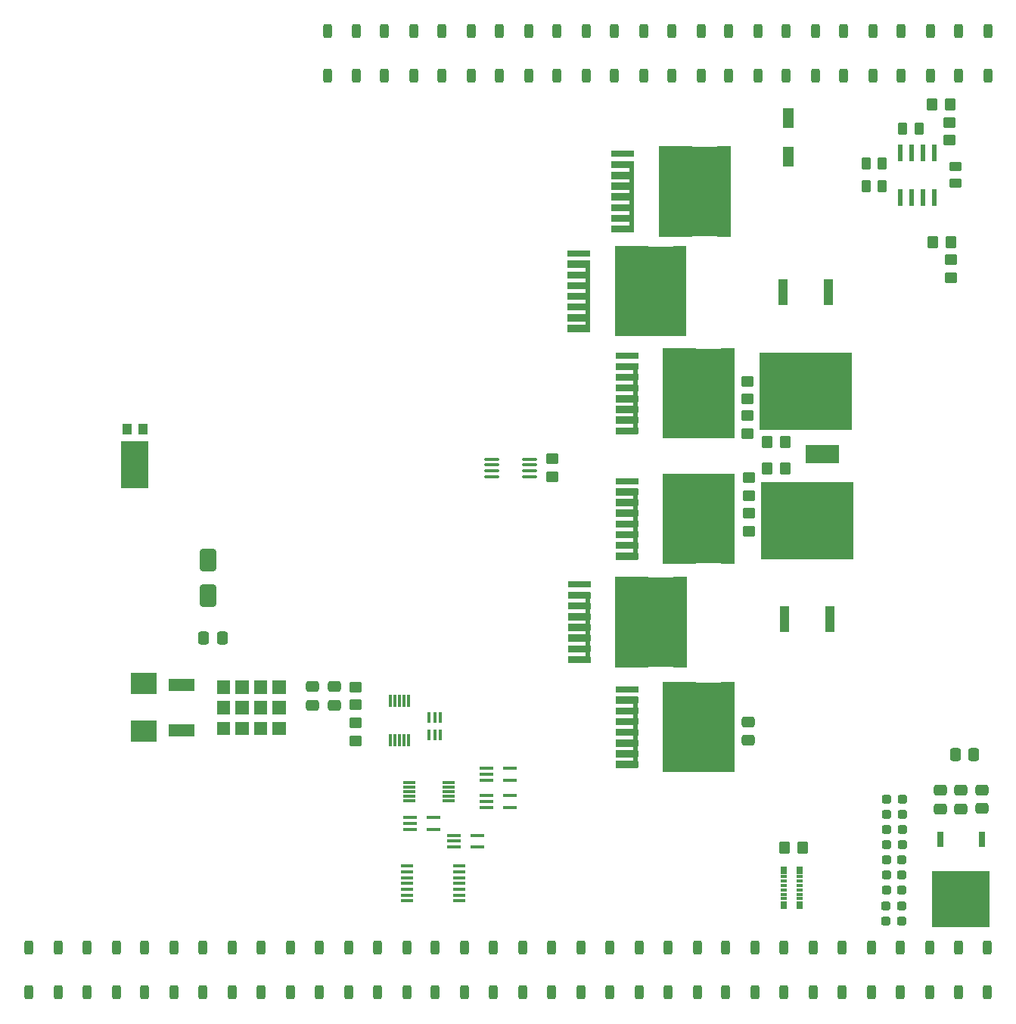
<source format=gbr>
%TF.GenerationSoftware,KiCad,Pcbnew,8.0.3*%
%TF.CreationDate,2025-06-02T03:08:14-07:00*%
%TF.ProjectId,Power_ManagementV2,506f7765-725f-44d6-916e-6167656d656e,rev?*%
%TF.SameCoordinates,Original*%
%TF.FileFunction,Paste,Top*%
%TF.FilePolarity,Positive*%
%FSLAX46Y46*%
G04 Gerber Fmt 4.6, Leading zero omitted, Abs format (unit mm)*
G04 Created by KiCad (PCBNEW 8.0.3) date 2025-06-02 03:08:14*
%MOMM*%
%LPD*%
G01*
G04 APERTURE LIST*
G04 Aperture macros list*
%AMRoundRect*
0 Rectangle with rounded corners*
0 $1 Rounding radius*
0 $2 $3 $4 $5 $6 $7 $8 $9 X,Y pos of 4 corners*
0 Add a 4 corners polygon primitive as box body*
4,1,4,$2,$3,$4,$5,$6,$7,$8,$9,$2,$3,0*
0 Add four circle primitives for the rounded corners*
1,1,$1+$1,$2,$3*
1,1,$1+$1,$4,$5*
1,1,$1+$1,$6,$7*
1,1,$1+$1,$8,$9*
0 Add four rect primitives between the rounded corners*
20,1,$1+$1,$2,$3,$4,$5,0*
20,1,$1+$1,$4,$5,$6,$7,0*
20,1,$1+$1,$6,$7,$8,$9,0*
20,1,$1+$1,$8,$9,$2,$3,0*%
G04 Aperture macros list end*
%ADD10C,0.000000*%
%ADD11C,0.010000*%
%ADD12RoundRect,0.250000X-0.250000X0.550000X-0.250000X-0.550000X0.250000X-0.550000X0.250000X0.550000X0*%
%ADD13RoundRect,0.100000X-0.650000X-0.100000X0.650000X-0.100000X0.650000X0.100000X-0.650000X0.100000X0*%
%ADD14R,0.990600X1.143000*%
%ADD15R,3.098800X5.207000*%
%ADD16RoundRect,0.250000X-0.262500X-0.450000X0.262500X-0.450000X0.262500X0.450000X-0.262500X0.450000X0*%
%ADD17RoundRect,0.250000X0.250000X-0.550000X0.250000X0.550000X-0.250000X0.550000X-0.250000X-0.550000X0*%
%ADD18RoundRect,0.237500X-0.287500X-0.237500X0.287500X-0.237500X0.287500X0.237500X-0.287500X0.237500X0*%
%ADD19RoundRect,0.250000X0.475000X-0.337500X0.475000X0.337500X-0.475000X0.337500X-0.475000X-0.337500X0*%
%ADD20RoundRect,0.250000X0.350000X0.450000X-0.350000X0.450000X-0.350000X-0.450000X0.350000X-0.450000X0*%
%ADD21RoundRect,0.250000X-0.450000X0.350000X-0.450000X-0.350000X0.450000X-0.350000X0.450000X0.350000X0*%
%ADD22R,0.330200X1.371600*%
%ADD23RoundRect,0.250000X-0.337500X-0.475000X0.337500X-0.475000X0.337500X0.475000X-0.337500X0.475000X0*%
%ADD24RoundRect,0.250000X0.450000X-0.350000X0.450000X0.350000X-0.450000X0.350000X-0.450000X-0.350000X0*%
%ADD25R,2.500000X0.800000*%
%ADD26R,7.999995X10.100005*%
%ADD27RoundRect,0.250000X-0.350000X-0.450000X0.350000X-0.450000X0.350000X0.450000X-0.350000X0.450000X0*%
%ADD28R,1.168400X2.209800*%
%ADD29RoundRect,0.250000X-0.475000X0.337500X-0.475000X-0.337500X0.475000X-0.337500X0.475000X0.337500X0*%
%ADD30R,1.371600X0.330200*%
%ADD31RoundRect,0.250000X0.262500X0.450000X-0.262500X0.450000X-0.262500X-0.450000X0.262500X-0.450000X0*%
%ADD32R,0.711200X1.701800*%
%ADD33R,6.553200X6.223000*%
%ADD34R,0.990600X2.997200*%
%ADD35R,10.337800X8.712200*%
%ADD36RoundRect,0.100000X-0.712500X-0.100000X0.712500X-0.100000X0.712500X0.100000X-0.712500X0.100000X0*%
%ADD37R,1.460500X0.355600*%
%ADD38R,0.355600X1.168400*%
%ADD39R,3.800000X2.000000*%
%ADD40R,0.787400X0.863600*%
%ADD41R,0.787400X0.355600*%
%ADD42R,2.990000X1.340000*%
%ADD43R,0.533400X1.981200*%
%ADD44RoundRect,0.250000X0.650000X-1.000000X0.650000X1.000000X-0.650000X1.000000X-0.650000X-1.000000X0*%
%ADD45RoundRect,0.250000X-0.450000X0.262500X-0.450000X-0.262500X0.450000X-0.262500X0.450000X0.262500X0*%
%ADD46R,3.000000X2.475000*%
G04 APERTURE END LIST*
D10*
%TO.C,Q3*%
G36*
X230490703Y-88526397D02*
G01*
X233290698Y-88526397D01*
X233290702Y-87676398D01*
X234790699Y-87676398D01*
X234790699Y-97776404D01*
X233290702Y-97776404D01*
X233290698Y-96926405D01*
X230490703Y-96926405D01*
X230490697Y-97776404D01*
X226790704Y-97776404D01*
X226790704Y-87676398D01*
X230490697Y-87676398D01*
X230490703Y-88526397D01*
G37*
G36*
X223990701Y-97326400D02*
G01*
X221490701Y-97326400D01*
X221490701Y-96526400D01*
X223490700Y-96526402D01*
X223490700Y-96126402D01*
X221490701Y-96126400D01*
X221490701Y-95326402D01*
X223490700Y-95326402D01*
X223490700Y-94926402D01*
X221490701Y-94926402D01*
X221490701Y-94126403D01*
X223490700Y-94126402D01*
X223490700Y-93726402D01*
X221490701Y-93726402D01*
X221490701Y-92926402D01*
X223490700Y-92926402D01*
X223490700Y-92526402D01*
X221490701Y-92526402D01*
X221490701Y-91726402D01*
X223490700Y-91726402D01*
X223490700Y-91326402D01*
X221490701Y-91326402D01*
X221490701Y-90526402D01*
X223490700Y-90526402D01*
X223490700Y-90126402D01*
X221490701Y-90126402D01*
X221490701Y-89326402D01*
X223990701Y-89326402D01*
X223990701Y-97326400D01*
G37*
%TO.C,Q4*%
G36*
X230490703Y-102539795D02*
G01*
X233290698Y-102539795D01*
X233290702Y-101689796D01*
X234790699Y-101689796D01*
X234790699Y-111789802D01*
X233290702Y-111789802D01*
X233290698Y-110939803D01*
X230490703Y-110939803D01*
X230490697Y-111789802D01*
X226790704Y-111789802D01*
X226790704Y-101689796D01*
X230490697Y-101689796D01*
X230490703Y-102539795D01*
G37*
G36*
X223990701Y-111339798D02*
G01*
X221490701Y-111339798D01*
X221490701Y-110539798D01*
X223490700Y-110539800D01*
X223490700Y-110139800D01*
X221490701Y-110139798D01*
X221490701Y-109339800D01*
X223490700Y-109339800D01*
X223490700Y-108939800D01*
X221490701Y-108939800D01*
X221490701Y-108139801D01*
X223490700Y-108139800D01*
X223490700Y-107739800D01*
X221490701Y-107739800D01*
X221490701Y-106939800D01*
X223490700Y-106939800D01*
X223490700Y-106539800D01*
X221490701Y-106539800D01*
X221490701Y-105739800D01*
X223490700Y-105739800D01*
X223490700Y-105339800D01*
X221490701Y-105339800D01*
X221490701Y-104539800D01*
X223490700Y-104539800D01*
X223490700Y-104139800D01*
X221490701Y-104139800D01*
X221490701Y-103339800D01*
X223990701Y-103339800D01*
X223990701Y-111339798D01*
G37*
%TO.C,Q1*%
G36*
X230033503Y-65954796D02*
G01*
X232833498Y-65954796D01*
X232833502Y-65104797D01*
X234333499Y-65104797D01*
X234333499Y-75204803D01*
X232833502Y-75204803D01*
X232833498Y-74354804D01*
X230033503Y-74354804D01*
X230033497Y-75204803D01*
X226333504Y-75204803D01*
X226333504Y-65104797D01*
X230033497Y-65104797D01*
X230033503Y-65954796D01*
G37*
G36*
X223533501Y-74754799D02*
G01*
X221033501Y-74754799D01*
X221033501Y-73954799D01*
X223033500Y-73954801D01*
X223033500Y-73554801D01*
X221033501Y-73554799D01*
X221033501Y-72754801D01*
X223033500Y-72754801D01*
X223033500Y-72354801D01*
X221033501Y-72354801D01*
X221033501Y-71554802D01*
X223033500Y-71554801D01*
X223033500Y-71154801D01*
X221033501Y-71154801D01*
X221033501Y-70354801D01*
X223033500Y-70354801D01*
X223033500Y-69954801D01*
X221033501Y-69954801D01*
X221033501Y-69154801D01*
X223033500Y-69154801D01*
X223033500Y-68754801D01*
X221033501Y-68754801D01*
X221033501Y-67954801D01*
X223033500Y-67954801D01*
X223033500Y-67554801D01*
X221033501Y-67554801D01*
X221033501Y-66754801D01*
X223533501Y-66754801D01*
X223533501Y-74754799D01*
G37*
%TO.C,Q2*%
G36*
X225105903Y-77079996D02*
G01*
X227905898Y-77079996D01*
X227905902Y-76229997D01*
X229405899Y-76229997D01*
X229405899Y-86330003D01*
X227905902Y-86330003D01*
X227905898Y-85480004D01*
X225105903Y-85480004D01*
X225105897Y-86330003D01*
X221405904Y-86330003D01*
X221405904Y-76229997D01*
X225105897Y-76229997D01*
X225105903Y-77079996D01*
G37*
G36*
X218605901Y-85879999D02*
G01*
X216105901Y-85879999D01*
X216105901Y-85079999D01*
X218105900Y-85080001D01*
X218105900Y-84680001D01*
X216105901Y-84679999D01*
X216105901Y-83880001D01*
X218105900Y-83880001D01*
X218105900Y-83480001D01*
X216105901Y-83480001D01*
X216105901Y-82680002D01*
X218105900Y-82680001D01*
X218105900Y-82280001D01*
X216105901Y-82280001D01*
X216105901Y-81480001D01*
X218105900Y-81480001D01*
X218105900Y-81080001D01*
X216105901Y-81080001D01*
X216105901Y-80280001D01*
X218105900Y-80280001D01*
X218105900Y-79880001D01*
X216105901Y-79880001D01*
X216105901Y-79080001D01*
X218105900Y-79080001D01*
X218105900Y-78680001D01*
X216105901Y-78680001D01*
X216105901Y-77880001D01*
X218605901Y-77880001D01*
X218605901Y-85879999D01*
G37*
%TO.C,Q5*%
G36*
X225148602Y-114115995D02*
G01*
X227948597Y-114115995D01*
X227948601Y-113265996D01*
X229448598Y-113265996D01*
X229448598Y-123366002D01*
X227948601Y-123366002D01*
X227948597Y-122516003D01*
X225148602Y-122516003D01*
X225148596Y-123366002D01*
X221448603Y-123366002D01*
X221448603Y-113265996D01*
X225148596Y-113265996D01*
X225148602Y-114115995D01*
G37*
G36*
X218648600Y-122915998D02*
G01*
X216148600Y-122915998D01*
X216148600Y-122115998D01*
X218148599Y-122116000D01*
X218148599Y-121716000D01*
X216148600Y-121715998D01*
X216148600Y-120916000D01*
X218148599Y-120916000D01*
X218148599Y-120516000D01*
X216148600Y-120516000D01*
X216148600Y-119716001D01*
X218148599Y-119716000D01*
X218148599Y-119316000D01*
X216148600Y-119316000D01*
X216148600Y-118516000D01*
X218148599Y-118516000D01*
X218148599Y-118116000D01*
X216148600Y-118116000D01*
X216148600Y-117316000D01*
X218148599Y-117316000D01*
X218148599Y-116916000D01*
X216148600Y-116916000D01*
X216148600Y-116116000D01*
X218148599Y-116116000D01*
X218148599Y-115716000D01*
X216148600Y-115716000D01*
X216148600Y-114916000D01*
X218648600Y-114916000D01*
X218648600Y-122915998D01*
G37*
%TO.C,Q6*%
G36*
X230490703Y-125850795D02*
G01*
X233290698Y-125850795D01*
X233290702Y-125000796D01*
X234790699Y-125000796D01*
X234790699Y-135100802D01*
X233290702Y-135100802D01*
X233290698Y-134250803D01*
X230490703Y-134250803D01*
X230490697Y-135100802D01*
X226790704Y-135100802D01*
X226790704Y-125000796D01*
X230490697Y-125000796D01*
X230490703Y-125850795D01*
G37*
G36*
X223990701Y-134650798D02*
G01*
X221490701Y-134650798D01*
X221490701Y-133850798D01*
X223490700Y-133850800D01*
X223490700Y-133450800D01*
X221490701Y-133450798D01*
X221490701Y-132650800D01*
X223490700Y-132650800D01*
X223490700Y-132250800D01*
X221490701Y-132250800D01*
X221490701Y-131450801D01*
X223490700Y-131450800D01*
X223490700Y-131050800D01*
X221490701Y-131050800D01*
X221490701Y-130250800D01*
X223490700Y-130250800D01*
X223490700Y-129850800D01*
X221490701Y-129850800D01*
X221490701Y-129050800D01*
X223490700Y-129050800D01*
X223490700Y-128650800D01*
X221490701Y-128650800D01*
X221490701Y-127850800D01*
X223490700Y-127850800D01*
X223490700Y-127450800D01*
X221490701Y-127450800D01*
X221490701Y-126650800D01*
X223990701Y-126650800D01*
X223990701Y-134650798D01*
G37*
D11*
%TO.C,R14*%
X178252500Y-126240000D02*
X176872500Y-126240000D01*
X176872500Y-124860000D01*
X178252500Y-124860000D01*
X178252500Y-126240000D01*
G36*
X178252500Y-126240000D02*
G01*
X176872500Y-126240000D01*
X176872500Y-124860000D01*
X178252500Y-124860000D01*
X178252500Y-126240000D01*
G37*
X178252500Y-128540000D02*
X176872500Y-128540000D01*
X176872500Y-127160000D01*
X178252500Y-127160000D01*
X178252500Y-128540000D01*
G36*
X178252500Y-128540000D02*
G01*
X176872500Y-128540000D01*
X176872500Y-127160000D01*
X178252500Y-127160000D01*
X178252500Y-128540000D01*
G37*
X178252500Y-130840000D02*
X176872500Y-130840000D01*
X176872500Y-129460000D01*
X178252500Y-129460000D01*
X178252500Y-130840000D01*
G36*
X178252500Y-130840000D02*
G01*
X176872500Y-130840000D01*
X176872500Y-129460000D01*
X178252500Y-129460000D01*
X178252500Y-130840000D01*
G37*
X180322500Y-126240000D02*
X178942500Y-126240000D01*
X178942500Y-124860000D01*
X180322500Y-124860000D01*
X180322500Y-126240000D01*
G36*
X180322500Y-126240000D02*
G01*
X178942500Y-126240000D01*
X178942500Y-124860000D01*
X180322500Y-124860000D01*
X180322500Y-126240000D01*
G37*
X180322500Y-128540000D02*
X178942500Y-128540000D01*
X178942500Y-127160000D01*
X180322500Y-127160000D01*
X180322500Y-128540000D01*
G36*
X180322500Y-128540000D02*
G01*
X178942500Y-128540000D01*
X178942500Y-127160000D01*
X180322500Y-127160000D01*
X180322500Y-128540000D01*
G37*
X180322500Y-130840000D02*
X178942500Y-130840000D01*
X178942500Y-129460000D01*
X180322500Y-129460000D01*
X180322500Y-130840000D01*
G36*
X180322500Y-130840000D02*
G01*
X178942500Y-130840000D01*
X178942500Y-129460000D01*
X180322500Y-129460000D01*
X180322500Y-130840000D01*
G37*
X182392500Y-126240000D02*
X181012500Y-126240000D01*
X181012500Y-124860000D01*
X182392500Y-124860000D01*
X182392500Y-126240000D01*
G36*
X182392500Y-126240000D02*
G01*
X181012500Y-126240000D01*
X181012500Y-124860000D01*
X182392500Y-124860000D01*
X182392500Y-126240000D01*
G37*
X182392500Y-128540000D02*
X181012500Y-128540000D01*
X181012500Y-127160000D01*
X182392500Y-127160000D01*
X182392500Y-128540000D01*
G36*
X182392500Y-128540000D02*
G01*
X181012500Y-128540000D01*
X181012500Y-127160000D01*
X182392500Y-127160000D01*
X182392500Y-128540000D01*
G37*
X182392500Y-130840000D02*
X181012500Y-130840000D01*
X181012500Y-129460000D01*
X182392500Y-129460000D01*
X182392500Y-130840000D01*
G36*
X182392500Y-130840000D02*
G01*
X181012500Y-130840000D01*
X181012500Y-129460000D01*
X182392500Y-129460000D01*
X182392500Y-130840000D01*
G37*
X184462500Y-126240000D02*
X183082500Y-126240000D01*
X183082500Y-124860000D01*
X184462500Y-124860000D01*
X184462500Y-126240000D01*
G36*
X184462500Y-126240000D02*
G01*
X183082500Y-126240000D01*
X183082500Y-124860000D01*
X184462500Y-124860000D01*
X184462500Y-126240000D01*
G37*
X184462500Y-128540000D02*
X183082500Y-128540000D01*
X183082500Y-127160000D01*
X184462500Y-127160000D01*
X184462500Y-128540000D01*
G36*
X184462500Y-128540000D02*
G01*
X183082500Y-128540000D01*
X183082500Y-127160000D01*
X184462500Y-127160000D01*
X184462500Y-128540000D01*
G37*
X184462500Y-130840000D02*
X183082500Y-130840000D01*
X183082500Y-129460000D01*
X184462500Y-129460000D01*
X184462500Y-130840000D01*
G36*
X184462500Y-130840000D02*
G01*
X183082500Y-130840000D01*
X183082500Y-129460000D01*
X184462500Y-129460000D01*
X184462500Y-130840000D01*
G37*
%TD*%
D12*
%TO.C,LED18*%
X263139322Y-52200000D03*
X259839322Y-52200000D03*
X263139322Y-57200000D03*
X259839322Y-57200000D03*
%TD*%
D13*
%TO.C,U9*%
X203365000Y-142175000D03*
X203365000Y-142825000D03*
X203365000Y-143475000D03*
X206025000Y-143475000D03*
X206025000Y-142175000D03*
%TD*%
D14*
%TO.C,CR1*%
X168616402Y-96723200D03*
X166776400Y-96723200D03*
D15*
X167696401Y-100711000D03*
%TD*%
D16*
%TO.C,R5*%
X249485900Y-67002400D03*
X251310900Y-67002400D03*
%TD*%
D17*
%TO.C,LED1*%
X155793000Y-159750000D03*
X159093000Y-159750000D03*
X155793000Y-154750000D03*
X159093000Y-154750000D03*
%TD*%
D18*
%TO.C,D13*%
X251747400Y-150048200D03*
X253497400Y-150048200D03*
%TD*%
D19*
%TO.C,C6*%
X260148599Y-139211500D03*
X260148599Y-137136500D03*
%TD*%
D17*
%TO.C,LED5*%
X181798600Y-159750000D03*
X185098600Y-159750000D03*
X181798600Y-154750000D03*
X185098600Y-154750000D03*
%TD*%
D20*
%TO.C,R19*%
X242400000Y-143520400D03*
X240400000Y-143520400D03*
%TD*%
D13*
%TO.C,U12*%
X206990000Y-134700000D03*
X206990000Y-135350000D03*
X206990000Y-136000000D03*
X209650000Y-136000000D03*
X209650000Y-134700000D03*
%TD*%
D21*
%TO.C,R12*%
X259000000Y-77800000D03*
X259000000Y-79800000D03*
%TD*%
D22*
%TO.C,U10*%
X198275001Y-127139000D03*
X197774999Y-127139000D03*
X197275000Y-127139000D03*
X196775001Y-127139000D03*
X196274999Y-127139000D03*
X196274999Y-131533200D03*
X196775001Y-131533200D03*
X197275000Y-131533200D03*
X197774999Y-131533200D03*
X198275001Y-131533200D03*
%TD*%
D21*
%TO.C,R13*%
X192350000Y-125575000D03*
X192350000Y-127575000D03*
%TD*%
D23*
%TO.C,C2*%
X259515700Y-133096000D03*
X261590700Y-133096000D03*
%TD*%
D17*
%TO.C,LED6*%
X188300000Y-159750000D03*
X191600000Y-159750000D03*
X188300000Y-154750000D03*
X191600000Y-154750000D03*
%TD*%
D24*
%TO.C,R1*%
X236220000Y-93370400D03*
X236220000Y-91370400D03*
%TD*%
D12*
%TO.C,LED28*%
X198924934Y-52200000D03*
X195624934Y-52200000D03*
X198924934Y-57200000D03*
X195624934Y-57200000D03*
%TD*%
D25*
%TO.C,Q3*%
X222740701Y-88526402D03*
X222740701Y-89726402D03*
X222740701Y-90926402D03*
X222740701Y-92126402D03*
X222740701Y-93326402D03*
X222740701Y-94526402D03*
X222740701Y-95726400D03*
X222740701Y-96926400D03*
D26*
X230790701Y-92726401D03*
%TD*%
D17*
%TO.C,LED10*%
X214305600Y-159750000D03*
X217605600Y-159750000D03*
X214305600Y-154750000D03*
X217605600Y-154750000D03*
%TD*%
D25*
%TO.C,Q4*%
X222740701Y-102539800D03*
X222740701Y-103739800D03*
X222740701Y-104939800D03*
X222740701Y-106139800D03*
X222740701Y-107339800D03*
X222740701Y-108539800D03*
X222740701Y-109739798D03*
X222740701Y-110939798D03*
D26*
X230790701Y-106739799D03*
%TD*%
D27*
%TO.C,R9*%
X256900000Y-60450000D03*
X258900000Y-60450000D03*
%TD*%
D17*
%TO.C,LED7*%
X194801400Y-159750000D03*
X198101400Y-159750000D03*
X194801400Y-154750000D03*
X198101400Y-154750000D03*
%TD*%
D19*
%TO.C,C4*%
X262459999Y-139186100D03*
X262459999Y-137111100D03*
%TD*%
D28*
%TO.C,C1*%
X240800000Y-61900000D03*
X240800000Y-66218000D03*
%TD*%
D17*
%TO.C,LED15*%
X246812600Y-159750000D03*
X250112600Y-159750000D03*
X246812600Y-154750000D03*
X250112600Y-154750000D03*
%TD*%
D29*
%TO.C,C8*%
X187550000Y-125525000D03*
X187550000Y-127600000D03*
%TD*%
%TO.C,C9*%
X190025000Y-125537500D03*
X190025000Y-127612500D03*
%TD*%
D30*
%TO.C,U6*%
X198427900Y-136274999D03*
X198427900Y-136775001D03*
X198427900Y-137275000D03*
X198427900Y-137774999D03*
X198427900Y-138275001D03*
X202822100Y-138275001D03*
X202822100Y-137774999D03*
X202822100Y-137275000D03*
X202822100Y-136775001D03*
X202822100Y-136274999D03*
%TD*%
D31*
%TO.C,TH2*%
X255425700Y-63090800D03*
X253600700Y-63090800D03*
%TD*%
D17*
%TO.C,LED17*%
X259815400Y-159750000D03*
X263115400Y-159750000D03*
X259815400Y-154750000D03*
X263115400Y-154750000D03*
%TD*%
%TO.C,LED4*%
X175297200Y-159750000D03*
X178597200Y-159750000D03*
X175297200Y-154750000D03*
X178597200Y-154750000D03*
%TD*%
D18*
%TO.C,D5*%
X251803400Y-139837400D03*
X253553400Y-139837400D03*
%TD*%
D25*
%TO.C,Q1*%
X222283501Y-65954801D03*
X222283501Y-67154801D03*
X222283501Y-68354801D03*
X222283501Y-69554801D03*
X222283501Y-70754801D03*
X222283501Y-71954801D03*
X222283501Y-73154799D03*
X222283501Y-74354799D03*
D26*
X230333501Y-70154800D03*
%TD*%
D21*
%TO.C,R7*%
X236372400Y-102190800D03*
X236372400Y-104190800D03*
%TD*%
D17*
%TO.C,LED16*%
X253314000Y-159750000D03*
X256614000Y-159750000D03*
X253314000Y-154750000D03*
X256614000Y-154750000D03*
%TD*%
D32*
%TO.C,U4*%
X262450001Y-142593600D03*
D33*
X260150000Y-149350000D03*
D32*
X257849999Y-142593600D03*
%TD*%
D34*
%TO.C,U2*%
X240385600Y-117983000D03*
D35*
X242925600Y-106972100D03*
D34*
X245465600Y-117983000D03*
%TD*%
D17*
%TO.C,LED3*%
X168795800Y-159750000D03*
X172095800Y-159750000D03*
X168795800Y-154750000D03*
X172095800Y-154750000D03*
%TD*%
D27*
%TO.C,R10*%
X257000000Y-75800000D03*
X259000000Y-75800000D03*
%TD*%
D36*
%TO.C,U14*%
X207612500Y-100100000D03*
X207612500Y-100750000D03*
X207612500Y-101400000D03*
X207612500Y-102050000D03*
X211837500Y-102050000D03*
X211837500Y-101400000D03*
X211837500Y-100750000D03*
X211837500Y-100100000D03*
%TD*%
D18*
%TO.C,D6*%
X251800800Y-141488400D03*
X253550800Y-141488400D03*
%TD*%
D17*
%TO.C,LED8*%
X201302800Y-159750000D03*
X204602800Y-159750000D03*
X201302800Y-154750000D03*
X204602800Y-154750000D03*
%TD*%
D12*
%TO.C,LED20*%
X250296438Y-52200000D03*
X246996438Y-52200000D03*
X250296438Y-57200000D03*
X246996438Y-57200000D03*
%TD*%
D34*
%TO.C,U1*%
X245313200Y-81445100D03*
D35*
X242773200Y-92456000D03*
D34*
X240233200Y-81445100D03*
%TD*%
D17*
%TO.C,LED2*%
X162294400Y-159750000D03*
X165594400Y-159750000D03*
X162294400Y-154750000D03*
X165594400Y-154750000D03*
%TD*%
D20*
%TO.C,R8*%
X240436400Y-101142800D03*
X238436400Y-101142800D03*
%TD*%
D17*
%TO.C,LED12*%
X227308400Y-159750000D03*
X230608400Y-159750000D03*
X227308400Y-154750000D03*
X230608400Y-154750000D03*
%TD*%
D37*
%TO.C,U7*%
X198133750Y-145599999D03*
X198133750Y-146250000D03*
X198133750Y-146900001D03*
X198133750Y-147550000D03*
X198133750Y-148199999D03*
X198133750Y-148850000D03*
X198133750Y-149499999D03*
X203988450Y-149500001D03*
X203988450Y-148850000D03*
X203988450Y-148200001D03*
X203988450Y-147550000D03*
X203988450Y-146900001D03*
X203988450Y-146250000D03*
X203988450Y-145600001D03*
%TD*%
D23*
%TO.C,C7*%
X175369400Y-120091200D03*
X177444400Y-120091200D03*
%TD*%
D17*
%TO.C,LED9*%
X207804200Y-159750000D03*
X211104200Y-159750000D03*
X207804200Y-154750000D03*
X211104200Y-154750000D03*
%TD*%
D38*
%TO.C,U11*%
X201875000Y-129019200D03*
X201225001Y-129019200D03*
X200575002Y-129019200D03*
X200575002Y-130975000D03*
X201225001Y-130975000D03*
X201875000Y-130975000D03*
%TD*%
D12*
%TO.C,LED29*%
X192503496Y-52200000D03*
X189203496Y-52200000D03*
X192503496Y-57200000D03*
X189203496Y-57200000D03*
%TD*%
D39*
%TO.C,TP1*%
X244650000Y-99500000D03*
%TD*%
D19*
%TO.C,C5*%
X257799199Y-139233000D03*
X257799199Y-137158000D03*
%TD*%
D12*
%TO.C,LED27*%
X205346372Y-52200000D03*
X202046372Y-52200000D03*
X205346372Y-57200000D03*
X202046372Y-57200000D03*
%TD*%
D18*
%TO.C,D8*%
X251789400Y-144892000D03*
X253539400Y-144892000D03*
%TD*%
D21*
%TO.C,R2*%
X236220000Y-95231200D03*
X236220000Y-97231200D03*
%TD*%
D13*
%TO.C,U8*%
X198470000Y-140187500D03*
X198470000Y-140837500D03*
X198470000Y-141487500D03*
X201130000Y-141487500D03*
X201130000Y-140187500D03*
%TD*%
D25*
%TO.C,Q2*%
X217355901Y-77080001D03*
X217355901Y-78280001D03*
X217355901Y-79480001D03*
X217355901Y-80680001D03*
X217355901Y-81880001D03*
X217355901Y-83080001D03*
X217355901Y-84279999D03*
X217355901Y-85479999D03*
D26*
X225405901Y-81280000D03*
%TD*%
D29*
%TO.C,C3*%
X236321600Y-129467700D03*
X236321600Y-131542700D03*
%TD*%
D12*
%TO.C,LED21*%
X243875000Y-52200000D03*
X240575000Y-52200000D03*
X243875000Y-57200000D03*
X240575000Y-57200000D03*
%TD*%
%TO.C,LED22*%
X237453562Y-52200000D03*
X234153562Y-52200000D03*
X237453562Y-57200000D03*
X234153562Y-57200000D03*
%TD*%
D40*
%TO.C,R21*%
X242100000Y-150012400D03*
D41*
X242100000Y-149264878D03*
X242100000Y-148771356D03*
X242100000Y-148277834D03*
X242100000Y-147784312D03*
X242100000Y-147290790D03*
X242100000Y-146797268D03*
D40*
X242100000Y-146050000D03*
X240271200Y-146050000D03*
D41*
X240271200Y-146797268D03*
X240271200Y-147290790D03*
X240271200Y-147784312D03*
X240271200Y-148277834D03*
X240271200Y-148771356D03*
X240271200Y-149264878D03*
D40*
X240271200Y-150012400D03*
%TD*%
D16*
%TO.C,R4*%
X249485900Y-69542400D03*
X251310900Y-69542400D03*
%TD*%
D25*
%TO.C,Q5*%
X217398600Y-114116000D03*
X217398600Y-115316000D03*
X217398600Y-116516000D03*
X217398600Y-117716000D03*
X217398600Y-118916000D03*
X217398600Y-120116000D03*
X217398600Y-121315998D03*
X217398600Y-122515998D03*
D26*
X225448600Y-118315999D03*
%TD*%
D21*
%TO.C,R15*%
X192350000Y-129575000D03*
X192350000Y-131575000D03*
%TD*%
D18*
%TO.C,D7*%
X251803400Y-138161000D03*
X253553400Y-138161000D03*
%TD*%
%TO.C,D12*%
X251750000Y-151750000D03*
X253500000Y-151750000D03*
%TD*%
%TO.C,D11*%
X251772800Y-148321000D03*
X253522800Y-148321000D03*
%TD*%
D24*
%TO.C,R6*%
X236372400Y-108137200D03*
X236372400Y-106137200D03*
%TD*%
D25*
%TO.C,Q6*%
X222740701Y-125850800D03*
X222740701Y-127050800D03*
X222740701Y-128250800D03*
X222740701Y-129450800D03*
X222740701Y-130650800D03*
X222740701Y-131850800D03*
X222740701Y-133050798D03*
X222740701Y-134250798D03*
D26*
X230790701Y-130050799D03*
%TD*%
D42*
%TO.C,R14*%
X172907500Y-125310000D03*
X172907500Y-130390000D03*
%TD*%
D20*
%TO.C,R3*%
X240455200Y-98196400D03*
X238455200Y-98196400D03*
%TD*%
D43*
%TO.C,U3*%
X253299080Y-70787000D03*
X254569080Y-70787000D03*
X255839080Y-70787000D03*
X257109080Y-70787000D03*
X257109080Y-65859400D03*
X255839080Y-65859400D03*
X254569080Y-65859400D03*
X253299080Y-65859400D03*
%TD*%
D12*
%TO.C,LED25*%
X218189248Y-52200000D03*
X214889248Y-52200000D03*
X218189248Y-57200000D03*
X214889248Y-57200000D03*
%TD*%
%TO.C,LED26*%
X211767810Y-52200000D03*
X208467810Y-52200000D03*
X211767810Y-57200000D03*
X208467810Y-57200000D03*
%TD*%
D44*
%TO.C,D3*%
X175900000Y-115375000D03*
X175900000Y-111375000D03*
%TD*%
D12*
%TO.C,LED23*%
X231032124Y-52200000D03*
X227732124Y-52200000D03*
X231032124Y-57200000D03*
X227732124Y-57200000D03*
%TD*%
D17*
%TO.C,LED13*%
X233809800Y-159750000D03*
X237109800Y-159750000D03*
X233809800Y-154750000D03*
X237109800Y-154750000D03*
%TD*%
D18*
%TO.C,D4*%
X251803400Y-143215600D03*
X253553400Y-143215600D03*
%TD*%
D12*
%TO.C,LED19*%
X256717876Y-52200000D03*
X253417876Y-52200000D03*
X256717876Y-57200000D03*
X253417876Y-57200000D03*
%TD*%
D21*
%TO.C,R11*%
X258850000Y-62400000D03*
X258850000Y-64400000D03*
%TD*%
D17*
%TO.C,LED11*%
X220807000Y-159750000D03*
X224107000Y-159750000D03*
X220807000Y-154750000D03*
X224107000Y-154750000D03*
%TD*%
D18*
%TO.C,D10*%
X251772800Y-146593800D03*
X253522800Y-146593800D03*
%TD*%
D45*
%TO.C,TH1*%
X259517000Y-67387200D03*
X259517000Y-69212200D03*
%TD*%
D13*
%TO.C,U13*%
X207015000Y-137750000D03*
X207015000Y-138400000D03*
X207015000Y-139050000D03*
X209675000Y-139050000D03*
X209675000Y-137750000D03*
%TD*%
D46*
%TO.C,JP12*%
X168675000Y-130537500D03*
X168675000Y-125162500D03*
%TD*%
D21*
%TO.C,R16*%
X214425000Y-100075000D03*
X214425000Y-102075000D03*
%TD*%
D17*
%TO.C,LED14*%
X240311200Y-159750000D03*
X243611200Y-159750000D03*
X240311200Y-154750000D03*
X243611200Y-154750000D03*
%TD*%
D12*
%TO.C,LED24*%
X224610686Y-52200000D03*
X221310686Y-52200000D03*
X224610686Y-57200000D03*
X221310686Y-57200000D03*
%TD*%
M02*

</source>
